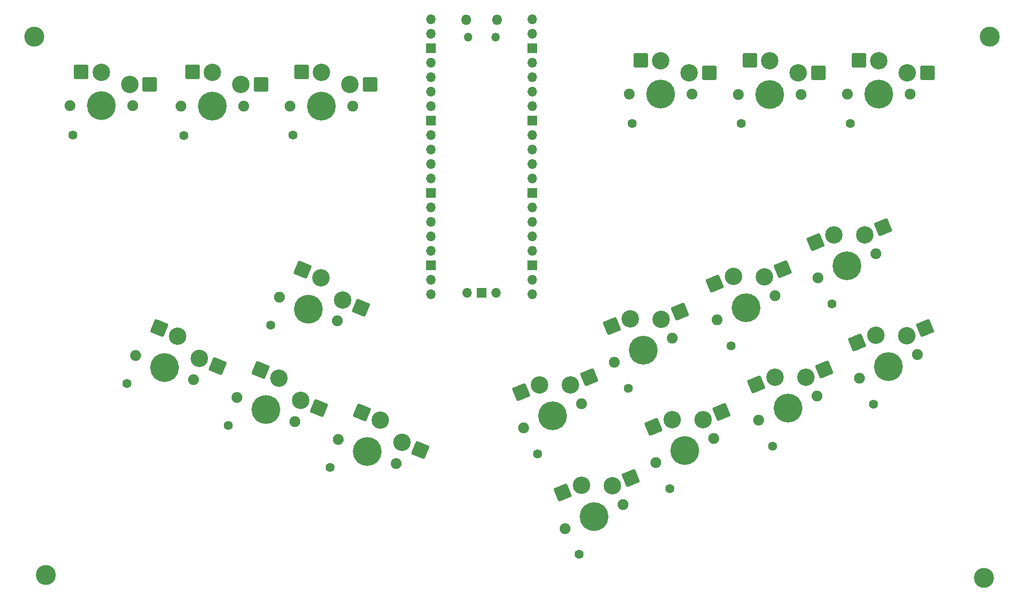
<source format=gbr>
%TF.GenerationSoftware,KiCad,Pcbnew,7.0.5*%
%TF.CreationDate,2023-08-06T16:06:22-05:00*%
%TF.ProjectId,NanoSwap,4e616e6f-5377-4617-902e-6b696361645f,rev?*%
%TF.SameCoordinates,Original*%
%TF.FileFunction,Soldermask,Bot*%
%TF.FilePolarity,Negative*%
%FSLAX46Y46*%
G04 Gerber Fmt 4.6, Leading zero omitted, Abs format (unit mm)*
G04 Created by KiCad (PCBNEW 7.0.5) date 2023-08-06 16:06:22*
%MOMM*%
%LPD*%
G01*
G04 APERTURE LIST*
G04 Aperture macros list*
%AMRoundRect*
0 Rectangle with rounded corners*
0 $1 Rounding radius*
0 $2 $3 $4 $5 $6 $7 $8 $9 X,Y pos of 4 corners*
0 Add a 4 corners polygon primitive as box body*
4,1,4,$2,$3,$4,$5,$6,$7,$8,$9,$2,$3,0*
0 Add four circle primitives for the rounded corners*
1,1,$1+$1,$2,$3*
1,1,$1+$1,$4,$5*
1,1,$1+$1,$6,$7*
1,1,$1+$1,$8,$9*
0 Add four rect primitives between the rounded corners*
20,1,$1+$1,$2,$3,$4,$5,0*
20,1,$1+$1,$4,$5,$6,$7,0*
20,1,$1+$1,$6,$7,$8,$9,0*
20,1,$1+$1,$8,$9,$2,$3,0*%
G04 Aperture macros list end*
%ADD10C,1.900000*%
%ADD11C,1.600000*%
%ADD12C,3.050000*%
%ADD13C,5.050000*%
%ADD14RoundRect,0.250000X-1.025000X-1.000000X1.025000X-1.000000X1.025000X1.000000X-1.025000X1.000000X0*%
%ADD15O,1.800000X1.800000*%
%ADD16O,1.500000X1.500000*%
%ADD17O,1.700000X1.700000*%
%ADD18R,1.700000X1.700000*%
%ADD19C,3.500000*%
%ADD20RoundRect,0.250000X-1.329660X-0.531629X0.564293X-1.316130X1.329660X0.531629X-0.564293X1.316130X0*%
%ADD21RoundRect,0.250000X-0.564293X-1.316130X1.329660X-0.531629X0.564293X1.316130X-1.329660X0.531629X0*%
G04 APERTURE END LIST*
D10*
%TO.C,*%
X153685810Y-51298000D03*
D11*
X154185810Y-56448000D03*
D12*
X159185810Y-45398000D03*
D13*
X159185810Y-51298000D03*
D12*
X164185810Y-47498000D03*
D10*
X164685810Y-51298000D03*
D14*
X155685810Y-45298000D03*
X167685810Y-47498000D03*
%TD*%
D15*
%TO.C,*%
X125037000Y-38230000D03*
D16*
X125337000Y-41260000D03*
X130187000Y-41260000D03*
D15*
X130487000Y-38230000D03*
D17*
X118872000Y-38100000D03*
X118872000Y-40640000D03*
D18*
X118872000Y-43180000D03*
D17*
X118872000Y-45720000D03*
X118872000Y-48260000D03*
X118872000Y-50800000D03*
X118872000Y-53340000D03*
D18*
X118872000Y-55880000D03*
D17*
X118872000Y-58420000D03*
X118872000Y-60960000D03*
X118872000Y-63500000D03*
X118872000Y-66040000D03*
D18*
X118872000Y-68580000D03*
D17*
X118872000Y-71120000D03*
X118872000Y-73660000D03*
X118872000Y-76200000D03*
X118872000Y-78740000D03*
D18*
X118872000Y-81280000D03*
D17*
X118872000Y-83820000D03*
X118872000Y-86360000D03*
X136652000Y-86360000D03*
X136652000Y-83820000D03*
D18*
X136652000Y-81280000D03*
D17*
X136652000Y-78740000D03*
X136652000Y-76200000D03*
X136652000Y-73660000D03*
X136652000Y-71120000D03*
D18*
X136652000Y-68580000D03*
D17*
X136652000Y-66040000D03*
X136652000Y-63500000D03*
X136652000Y-60960000D03*
X136652000Y-58420000D03*
D18*
X136652000Y-55880000D03*
D17*
X136652000Y-53340000D03*
X136652000Y-50800000D03*
X136652000Y-48260000D03*
X136652000Y-45720000D03*
D18*
X136652000Y-43180000D03*
D17*
X136652000Y-40640000D03*
X136652000Y-38100000D03*
X125222000Y-86130000D03*
D18*
X127762000Y-86130000D03*
D17*
X130302000Y-86130000D03*
%TD*%
D19*
%TO.C,*%
X49276000Y-41148000D03*
%TD*%
D10*
%TO.C,*%
X84833326Y-104502482D03*
D11*
X83324446Y-109451803D03*
D12*
X92172495Y-101156352D03*
D13*
X89914663Y-106607241D03*
D12*
X95988258Y-105009916D03*
D10*
X94996000Y-108712000D03*
D20*
X88977185Y-99724572D03*
X99221836Y-106349308D03*
%TD*%
D19*
%TO.C,REF\u002A\u002A*%
X51308000Y-135636000D03*
%TD*%
D10*
%TO.C,*%
X142417912Y-127502099D03*
D11*
X144850671Y-132068737D03*
D12*
X145241417Y-119946451D03*
D13*
X147499249Y-125397340D03*
D12*
X150664450Y-119973181D03*
D10*
X152580586Y-123292581D03*
D21*
X141969570Y-121193455D03*
X153898028Y-118633789D03*
%TD*%
D10*
%TO.C,*%
X92227326Y-86881745D03*
D11*
X90718446Y-91831066D03*
D12*
X99566495Y-83535615D03*
D13*
X97308663Y-88986504D03*
D12*
X103382258Y-87389179D03*
D10*
X102390000Y-91091263D03*
D20*
X96371185Y-82103835D03*
X106615836Y-88728571D03*
%TD*%
D19*
%TO.C,REF\u002A\u002A*%
X215900000Y-136144000D03*
%TD*%
D10*
%TO.C,*%
X94156000Y-53340000D03*
D11*
X94656000Y-58490000D03*
D12*
X99656000Y-47440000D03*
D13*
X99656000Y-53340000D03*
D12*
X104656000Y-49540000D03*
D10*
X105156000Y-53340000D03*
D14*
X96156000Y-47340000D03*
X108156000Y-49540000D03*
%TD*%
D10*
%TO.C,*%
X176384674Y-108494732D03*
D11*
X178817433Y-113061370D03*
D12*
X179208179Y-100939084D03*
D13*
X181466011Y-106389973D03*
D12*
X184631212Y-100965814D03*
D10*
X186547348Y-104285214D03*
D21*
X175936332Y-102186088D03*
X187864790Y-99626422D03*
%TD*%
D10*
%TO.C,*%
X194054663Y-101164759D03*
D11*
X196487422Y-105731397D03*
D12*
X196878168Y-93609111D03*
D13*
X199136000Y-99060000D03*
D12*
X202301201Y-93635841D03*
D10*
X204217337Y-96955241D03*
D21*
X193606321Y-94856115D03*
X205534779Y-92296449D03*
%TD*%
D10*
%TO.C,*%
X67036636Y-97130854D03*
D11*
X65527756Y-102080175D03*
D12*
X74375805Y-93784724D03*
D13*
X72117973Y-99235613D03*
D12*
X78191568Y-97638288D03*
D10*
X77199310Y-101340372D03*
D20*
X71180495Y-92352944D03*
X81425146Y-98977680D03*
%TD*%
D10*
%TO.C,*%
X151029785Y-98303896D03*
D11*
X153462544Y-102870534D03*
D12*
X153853290Y-90748248D03*
D13*
X156111122Y-96199137D03*
D12*
X159276323Y-90774978D03*
D10*
X161192459Y-94094378D03*
D21*
X150581443Y-91995252D03*
X162509901Y-89435586D03*
%TD*%
D10*
%TO.C,*%
X102630490Y-111872981D03*
D11*
X101121610Y-116822302D03*
D12*
X109969659Y-108526851D03*
D13*
X107711827Y-113977740D03*
D12*
X113785422Y-112380415D03*
D10*
X112793164Y-116082499D03*
D20*
X106774349Y-107095071D03*
X117019000Y-113719807D03*
%TD*%
D19*
%TO.C,REF\u002A\u002A*%
X216916000Y-41148000D03*
%TD*%
D10*
%TO.C,*%
X186746175Y-83520509D03*
D11*
X189178934Y-88087147D03*
D12*
X189569680Y-75964861D03*
D13*
X191827512Y-81415750D03*
D12*
X194992713Y-75991591D03*
D10*
X196908849Y-79310991D03*
D21*
X186297833Y-77211865D03*
X198226291Y-74652199D03*
%TD*%
D10*
%TO.C,*%
X172808000Y-51308000D03*
D11*
X173308000Y-56458000D03*
D12*
X178308000Y-45408000D03*
D13*
X178308000Y-51308000D03*
D12*
X183308000Y-47508000D03*
D10*
X183808000Y-51308000D03*
D14*
X174808000Y-45308000D03*
X186808000Y-47508000D03*
%TD*%
D10*
%TO.C,*%
X158338272Y-115948149D03*
D11*
X160771031Y-120514787D03*
D12*
X161161777Y-108392501D03*
D13*
X163419609Y-113843390D03*
D12*
X166584810Y-108419231D03*
D10*
X168500946Y-111738631D03*
D21*
X157889930Y-109639505D03*
X169818388Y-107079839D03*
%TD*%
D10*
%TO.C,*%
X75026000Y-53350000D03*
D11*
X75526000Y-58500000D03*
D12*
X80526000Y-47450000D03*
D13*
X80526000Y-53350000D03*
D12*
X85526000Y-49550000D03*
D10*
X86026000Y-53350000D03*
D14*
X77026000Y-47350000D03*
X89026000Y-49550000D03*
%TD*%
D10*
%TO.C,*%
X191938000Y-51298000D03*
D11*
X192438000Y-56448000D03*
D12*
X197438000Y-45398000D03*
D13*
X197438000Y-51298000D03*
D12*
X202438000Y-47498000D03*
D10*
X202938000Y-51298000D03*
D14*
X193938000Y-45298000D03*
X205938000Y-47498000D03*
%TD*%
D10*
%TO.C,*%
X169076183Y-90850483D03*
D11*
X171508942Y-95417121D03*
D12*
X171899688Y-83294835D03*
D13*
X174157520Y-88745724D03*
D12*
X177322721Y-83321565D03*
D10*
X179238857Y-86640965D03*
D21*
X168627841Y-84541839D03*
X180556299Y-81982173D03*
%TD*%
D10*
%TO.C,*%
X55501000Y-53330000D03*
D11*
X56001000Y-58480000D03*
D12*
X61001000Y-47430000D03*
D13*
X61001000Y-53330000D03*
D12*
X66001000Y-49530000D03*
D10*
X66501000Y-53330000D03*
D14*
X57501000Y-47330000D03*
X69501000Y-49530000D03*
%TD*%
D10*
%TO.C,*%
X135109424Y-109857847D03*
D11*
X137542183Y-114424485D03*
D12*
X137932929Y-102302199D03*
D13*
X140190761Y-107753088D03*
D12*
X143355962Y-102328929D03*
D10*
X145272098Y-105648329D03*
D21*
X134661082Y-103549203D03*
X146589540Y-100989537D03*
%TD*%
M02*

</source>
